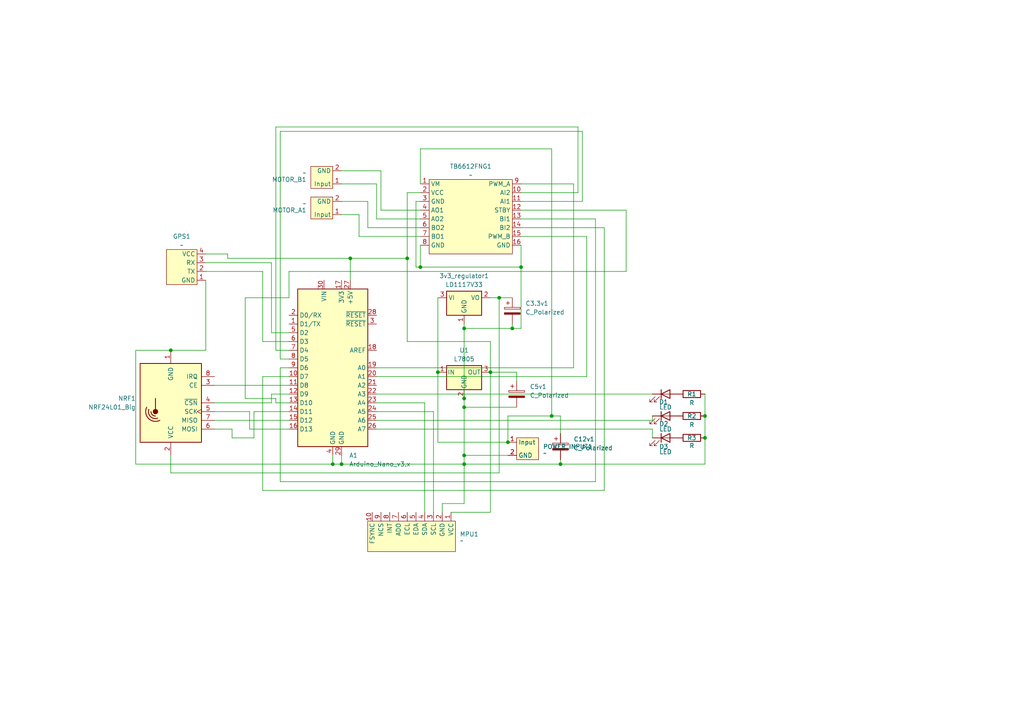
<source format=kicad_sch>
(kicad_sch (version 20231120) (generator "eeschema") (generator_version "8.0")
  (paper "A4")
  (lib_symbols
    (symbol "Device:C_Polarized" (pin_numbers hide) (pin_names (offset 0.254))
      (property "Reference" "C" (at 0.635 2.54 0))
      (property "Value" "C_Polarized" (at 0.635 -2.54 0))
      (symbol "C_Polarized_0_1"
        (rectangle (start -2.286 0.508) (end 2.286 1.016))
        (polyline (pts (xy -1.778 2.286) (xy -0.762 2.286)))
        (polyline (pts (xy -1.27 2.794) (xy -1.27 1.778)))
        (rectangle (start 2.286 -0.508) (end -2.286 -1.016) (fill (type outline)))
      )
      (symbol "C_Polarized_1_1"
        (pin passive line (at 0 3.81 270) (length 2.794) (name "~") (number "1"))
        (pin passive line (at 0 -3.81 90) (length 2.794) (name "~") (number "2"))
      )
    )
    (symbol "Device:LED" (pin_numbers hide) (pin_names (offset 1.016) hide)
      (property "Reference" "D" (at 0 2.54 0))
      (property "Value" "LED" (at 0 -2.54 0))
      (symbol "LED_0_1"
        (polyline (pts (xy -1.27 -1.27) (xy -1.27 1.27)) (stroke (width 0.254)))
        (polyline (pts (xy -1.27 0) (xy 1.27 0)))
        (polyline (pts (xy 1.27 -1.27) (xy 1.27 1.27) (xy -1.27 0) (xy 1.27 -1.27)) (stroke (width 0.254)))
        (polyline (pts (xy -3.048 -0.762) (xy -4.572 -2.286) (xy -3.81 -2.286) (xy -4.572 -2.286) (xy -4.572 -1.524)))
        (polyline (pts (xy -1.778 -0.762) (xy -3.302 -2.286) (xy -2.54 -2.286) (xy -3.302 -2.286) (xy -3.302 -1.524)))
      )
      (symbol "LED_1_1"
        (pin passive line (at -3.81 0 0) (length 2.54) (name "K") (number "1"))
        (pin passive line (at 3.81 0 180) (length 2.54) (name "A") (number "2"))
      )
    )
    (symbol "Device:R" (pin_numbers hide) (pin_names (offset 0))
      (property "Reference" "R" (at 2.032 0 90))
      (property "Value" "R" (at 0 0 90))
      (symbol "R_0_1"
        (rectangle (start -1.016 -2.54) (end 1.016 2.54) (stroke (width 0.254)))
      )
      (symbol "R_1_1"
        (pin passive line (at 0 3.81 270) (length 1.27) (name "~") (number "1"))
        (pin passive line (at 0 -3.81 90) (length 1.27) (name "~") (number "2"))
      )
    )
    (symbol "Symbols_cez:Arduino_Nano_v3.x"
      (property "Reference" "A" (at -10.16 23.495 0))
      (property "Value" "Arduino_Nano_v3.x" (at 5.08 -24.13 0))
      (symbol "Arduino_Nano_v3.x_0_1"
        (rectangle (start -10.16 22.86) (end 10.16 -22.86) (stroke (width 0.254)) (fill (type background)))
      )
      (symbol "Arduino_Nano_v3.x_1_1"
        (pin bidirectional line (at -12.7 12.7 0) (length 2.54) (name "D1/TX") (number "1"))
        (pin bidirectional line (at -12.7 -2.54 0) (length 2.54) (name "D7") (number "10"))
        (pin bidirectional line (at -12.7 -5.08 0) (length 2.54) (name "D8") (number "11"))
        (pin bidirectional line (at -12.7 -7.62 0) (length 2.54) (name "D9") (number "12"))
        (pin bidirectional line (at -12.7 -10.16 0) (length 2.54) (name "D10") (number "13"))
        (pin bidirectional line (at -12.7 -12.7 0) (length 2.54) (name "D11") (number "14"))
        (pin bidirectional line (at -12.7 -15.24 0) (length 2.54) (name "D12") (number "15"))
        (pin bidirectional line (at -12.7 -17.78 0) (length 2.54) (name "D13") (number "16"))
        (pin power_out line (at 2.54 25.4 270) (length 2.54) (name "3V3") (number "17"))
        (pin input line (at 12.7 5.08 180) (length 2.54) (name "AREF") (number "18"))
        (pin bidirectional line (at 12.7 0 180) (length 2.54) (name "A0") (number "19"))
        (pin bidirectional line (at -12.7 15.24 0) (length 2.54) (name "D0/RX") (number "2"))
        (pin bidirectional line (at 12.7 -2.54 180) (length 2.54) (name "A1") (number "20"))
        (pin bidirectional line (at 12.7 -5.08 180) (length 2.54) (name "A2") (number "21"))
        (pin bidirectional line (at 12.7 -7.62 180) (length 2.54) (name "A3") (number "22"))
        (pin bidirectional line (at 12.7 -10.16 180) (length 2.54) (name "A4") (number "23"))
        (pin bidirectional line (at 12.7 -12.7 180) (length 2.54) (name "A5") (number "24"))
        (pin bidirectional line (at 12.7 -15.24 180) (length 2.54) (name "A6") (number "25"))
        (pin bidirectional line (at 12.7 -17.78 180) (length 2.54) (name "A7") (number "26"))
        (pin power_out line (at 5.08 25.4 270) (length 2.54) (name "+5V") (number "27"))
        (pin input line (at 12.7 15.24 180) (length 2.54) (name "~{RESET}") (number "28"))
        (pin power_in line (at 2.54 -25.4 90) (length 2.54) (name "GND") (number "29"))
        (pin input line (at 12.7 12.7 180) (length 2.54) (name "~{RESET}") (number "3"))
        (pin power_in line (at -2.54 25.4 270) (length 2.54) (name "VIN") (number "30"))
        (pin power_in line (at 0 -25.4 90) (length 2.54) (name "GND") (number "4"))
        (pin bidirectional line (at -12.7 10.16 0) (length 2.54) (name "D2") (number "5"))
        (pin bidirectional line (at -12.7 7.62 0) (length 2.54) (name "D3") (number "6"))
        (pin bidirectional line (at -12.7 5.08 0) (length 2.54) (name "D4") (number "7"))
        (pin bidirectional line (at -12.7 2.54 0) (length 2.54) (name "D5") (number "8"))
        (pin bidirectional line (at -12.7 0 0) (length 2.54) (name "D6") (number "9"))
      )
    )
    (symbol "Symbols_cez:GY-NEO6MV2"
      (property "Reference" "GPS" (at 13.462 -4.318 0))
      (symbol "GY-NEO6MV2_0_1"
        (rectangle (start 2.54 5.08) (end 11.43 -5.08) (fill (type background)))
      )
      (symbol "GY-NEO6MV2_1_1"
        (pin passive line (at 0 3.81 0) (length 2.54) (name "GND") (number "1"))
        (pin passive line (at 0 1.27 0) (length 2.54) (name "TX") (number "2"))
        (pin passive line (at 0 -1.27 0) (length 2.54) (name "RX") (number "3"))
        (pin power_in line (at 0 -3.81 0) (length 2.54) (name "VCC") (number "4"))
      )
    )
    (symbol "Symbols_cez:L7805" (pin_names (offset 0.254))
      (property "Reference" "U" (at -3.81 3.175 0))
      (property "Value" "L7805" (at 0 3.175 0))
      (symbol "L7805_0_1"
        (rectangle (start -5.08 1.905) (end 5.08 -5.08) (stroke (width 0.254)) (fill (type background)))
      )
      (symbol "L7805_1_1"
        (pin power_in line (at -7.62 0 0) (length 2.54) (name "IN") (number "1"))
        (pin power_in line (at 0 -7.62 90) (length 2.54) (name "GND") (number "2"))
        (pin power_out line (at 7.62 0 180) (length 2.54) (name "OUT") (number "3"))
      )
    )
    (symbol "Symbols_cez:LD1117V33"
      (property "Reference" "3v3_regulator" (at 11.938 -4.318 0))
      (property "Value" "LD1117V33" (at -5.334 3.302 0))
      (symbol "LD1117V33_0_1"
        (rectangle (start -5.08 -5.08) (end 5.08 1.905) (stroke (width 0.254)) (fill (type background)))
      )
      (symbol "LD1117V33_1_1"
        (pin power_in line (at 0 -7.62 90) (length 2.54) (name "GND") (number "1"))
        (pin power_out line (at 7.62 0 180) (length 2.54) (name "VO") (number "2"))
        (pin power_in line (at -7.62 0 0) (length 2.54) (name "VI") (number "3"))
      )
    )
    (symbol "Symbols_cez:MPU6500"
      (property "Reference" "MPU6500" (at 8.89 -16.256 0))
      (symbol "MPU6500_0_1"
        (rectangle (start -5.08 6.35) (end 3.81 -19.05) (fill (type background)))
      )
      (symbol "MPU6500_1_1"
        (pin power_in line (at -7.62 5.08 0) (length 2.54) (name "VCC") (number "1"))
        (pin passive line (at -7.62 -17.78 0) (length 2.54) (name "FSYNC") (number "10"))
        (pin passive line (at -7.62 2.54 0) (length 2.54) (name "GND") (number "2"))
        (pin passive line (at -7.62 0 0) (length 2.54) (name "SCL") (number "3"))
        (pin passive line (at -7.62 -2.54 0) (length 2.54) (name "SDA") (number "4"))
        (pin passive line (at -7.62 -5.08 0) (length 2.54) (name "EDA") (number "5"))
        (pin passive line (at -7.62 -7.62 0) (length 2.54) (name "ECL") (number "6"))
        (pin passive line (at -7.62 -10.16 0) (length 2.54) (name "ADO") (number "7"))
        (pin passive line (at -7.62 -12.7 0) (length 2.54) (name "INT") (number "8"))
        (pin passive line (at -7.62 -15.24 0) (length 2.54) (name "NCS") (number "9"))
      )
    )
    (symbol "Symbols_cez:NRF24L01_Big" (pin_names (offset 1.016))
      (property "Reference" "NRF24" (at -8.89 12.7 0))
      (property "Value" "NRF24L01_Big" (at 3.81 12.7 0))
      (symbol "NRF24L01_Big_0_1"
        (rectangle (start -8.89 11.43) (end 8.89 -11.43) (stroke (width 0.254)) (fill (type background)))
        (polyline (pts (xy 4.445 1.905) (xy 4.445 -1.27)) (stroke (width 0.254)))
        (circle (center 4.445 2.54) (radius 0.635) (stroke (width 0.254)) (fill (type outline)))
        (arc (start 5.715 2.54) (mid 5.3521 3.4546) (end 4.445 3.81) (stroke (width 0.254)))
        (arc (start 6.35 1.905) (mid 5.8763 3.9854) (end 3.81 4.445) (stroke (width 0.254)))
        (arc (start 6.985 1.27) (mid 6.453 4.548) (end 3.175 5.08) (stroke (width 0.254)))
      )
      (symbol "NRF24L01_Big_1_1"
        (pin power_in line (at 0 -15.24 90) (length 3.81) (name "GND") (number "1"))
        (pin power_in line (at 0 15.24 270) (length 3.81) (name "VCC") (number "2"))
        (pin input line (at -12.7 -5.08 0) (length 3.81) (name "CE") (number "3"))
        (pin input line (at -12.7 0 0) (length 3.81) (name "~{CSN}") (number "4"))
        (pin input clock (at -12.7 2.54 0) (length 3.81) (name "SCK") (number "5"))
        (pin input line (at -12.7 7.62 0) (length 3.81) (name "MOSI") (number "6"))
        (pin output line (at -12.7 5.08 0) (length 3.81) (name "MISO") (number "7"))
        (pin output line (at -12.7 -7.62 0) (length 3.81) (name "IRQ") (number "8"))
      )
    )
    (symbol "Symbols_cez:TB6612FNG"
      (property "Reference" "TB6612FNG" (at 3.81 9.398 0))
      (symbol "TB6612FNG_0_1"
        (rectangle (start -7.62 7.62) (end 16.51 -13.97) (fill (type background)))
      )
      (symbol "TB6612FNG_1_1"
        (pin power_in line (at -10.16 6.35 0) (length 2.54) (name "VM") (number "1"))
        (pin passive line (at 19.05 3.81 180) (length 2.54) (name "AI2") (number "10"))
        (pin passive line (at 19.05 1.27 180) (length 2.54) (name "AI1") (number "11"))
        (pin passive line (at 19.05 -1.27 180) (length 2.54) (name "STBY") (number "12"))
        (pin passive line (at 19.05 -3.81 180) (length 2.54) (name "BI1") (number "13"))
        (pin passive line (at 19.05 -6.35 180) (length 2.54) (name "BI2") (number "14"))
        (pin passive line (at 19.05 -8.89 180) (length 2.54) (name "PWM_B") (number "15"))
        (pin passive line (at 19.05 -11.43 180) (length 2.54) (name "GND") (number "16"))
        (pin power_in line (at -10.16 3.81 0) (length 2.54) (name "VCC") (number "2"))
        (pin passive line (at -10.16 1.27 0) (length 2.54) (name "GND") (number "3"))
        (pin passive line (at -10.16 -1.27 0) (length 2.54) (name "AO1") (number "4"))
        (pin passive line (at -10.16 -3.81 0) (length 2.54) (name "AO2") (number "5"))
        (pin passive line (at -10.16 -6.35 0) (length 2.54) (name "BO2") (number "6"))
        (pin passive line (at -10.16 -8.89 0) (length 2.54) (name "BO1") (number "7"))
        (pin passive line (at -10.16 -11.43 0) (length 2.54) (name "GND") (number "8"))
        (pin passive line (at 19.05 6.35 180) (length 2.54) (name "PWM_A") (number "9"))
      )
    )
    (symbol "Symbols_cez:Terminal"
      (property "Reference" "Terminal" (at 4.318 -3.556 0))
      (symbol "Terminal_0_1"
        (rectangle (start 1.27 -5.08) (end 7.62 -11.43) (fill (type background)))
      )
      (symbol "Terminal_1_1"
        (pin power_in line (at -1.27 -6.35 0) (length 2.54) (name "Input") (number "1"))
        (pin passive line (at -1.27 -10.16 0) (length 2.54) (name "GND") (number "2"))
      )
    )
  )
  (junction (at 101.6 74.93))
  (junction (at 121.92 77.47))
  (junction (at 144.78 86.36))
  (junction (at 162.56 134.62))
  (junction (at 204.47 120.65))
  (junction (at 148.59 95.25))
  (junction (at 134.62 118.11))
  (junction (at 118.11 74.93))
  (junction (at 134.62 132.08))
  (junction (at 127 107.95))
  (junction (at 99.06 134.62))
  (junction (at 160.02 120.65))
  (junction (at 134.62 134.62))
  (junction (at 134.62 115.57))
  (junction (at 96.52 134.62))
  (junction (at 134.62 95.25))
  (junction (at 147.32 128.27))
  (junction (at 151.13 77.47))
  (junction (at 142.24 107.95))
  (junction (at 204.47 127))
  (junction (at 49.53 101.6))
  (wire (pts (xy 172.72 139.7) (xy 172.72 63.5)))
  (wire (pts (xy 134.62 95.25) (xy 134.62 115.57)))
  (wire (pts (xy 170.18 68.58) (xy 151.13 68.58)))
  (wire (pts (xy 189.23 124.46) (xy 189.23 127)))
  (wire (pts (xy 109.22 53.34) (xy 109.22 63.5)))
  (wire (pts (xy 59.69 101.6) (xy 59.69 81.28)))
  (wire (pts (xy 39.37 134.62) (xy 39.37 101.6)))
  (wire (pts (xy 80.01 36.83) (xy 167.64 36.83)))
  (wire (pts (xy 76.2 78.74) (xy 76.2 99.06)))
  (wire (pts (xy 62.23 111.76) (xy 83.82 111.76)))
  (wire (pts (xy 148.59 93.98) (xy 148.59 95.25)))
  (wire (pts (xy 134.62 146.05) (xy 128.27 146.05)))
  (wire (pts (xy 96.52 134.62) (xy 39.37 134.62)))
  (wire (pts (xy 78.74 116.84) (xy 78.74 114.3)))
  (wire (pts (xy 204.47 120.65) (xy 204.47 127)))
  (wire (pts (xy 134.62 134.62) (xy 162.56 134.62)))
  (wire (pts (xy 121.92 53.34) (xy 121.92 43.18)))
  (wire (pts (xy 120.65 58.42) (xy 120.65 77.47)))
  (wire (pts (xy 175.26 142.24) (xy 76.2 142.24)))
  (wire (pts (xy 175.26 66.04) (xy 175.26 142.24)))
  (wire (pts (xy 144.78 137.16) (xy 49.53 137.16)))
  (wire (pts (xy 96.52 132.08) (xy 96.52 134.62)))
  (wire (pts (xy 99.06 132.08) (xy 99.06 134.62)))
  (wire (pts (xy 76.2 109.22) (xy 83.82 109.22)))
  (wire (pts (xy 49.53 101.6) (xy 59.69 101.6)))
  (wire (pts (xy 151.13 66.04) (xy 175.26 66.04)))
  (wire (pts (xy 104.14 62.23) (xy 99.06 62.23)))
  (wire (pts (xy 134.62 132.08) (xy 134.62 118.11)))
  (wire (pts (xy 81.28 139.7) (xy 172.72 139.7)))
  (wire (pts (xy 62.23 124.46) (xy 67.31 124.46)))
  (wire (pts (xy 125.73 148.59) (xy 125.73 119.38)))
  (wire (pts (xy 125.73 119.38) (xy 109.22 119.38)))
  (wire (pts (xy 109.22 124.46) (xy 189.23 124.46)))
  (wire (pts (xy 72.39 119.38) (xy 72.39 124.46)))
  (wire (pts (xy 71.12 86.36) (xy 71.12 115.57)))
  (wire (pts (xy 81.28 104.14) (xy 83.82 104.14)))
  (wire (pts (xy 99.06 53.34) (xy 109.22 53.34)))
  (wire (pts (xy 109.22 63.5) (xy 121.92 63.5)))
  (wire (pts (xy 80.01 101.6) (xy 83.82 101.6)))
  (wire (pts (xy 151.13 95.25) (xy 148.59 95.25)))
  (wire (pts (xy 66.04 74.93) (xy 101.6 74.93)))
  (wire (pts (xy 72.39 124.46) (xy 83.82 124.46)))
  (wire (pts (xy 49.53 132.08) (xy 49.53 137.16)))
  (wire (pts (xy 78.74 76.2) (xy 78.74 96.52)))
  (wire (pts (xy 134.62 118.11) (xy 134.62 115.57)))
  (wire (pts (xy 204.47 134.62) (xy 204.47 127)))
  (wire (pts (xy 76.2 142.24) (xy 76.2 109.22)))
  (wire (pts (xy 109.22 121.92) (xy 189.23 121.92)))
  (wire (pts (xy 160.02 43.18) (xy 160.02 120.65)))
  (wire (pts (xy 78.74 114.3) (xy 83.82 114.3)))
  (wire (pts (xy 39.37 101.6) (xy 49.53 101.6)))
  (wire (pts (xy 78.74 96.52) (xy 83.82 96.52)))
  (wire (pts (xy 110.49 49.53) (xy 99.06 49.53)))
  (wire (pts (xy 81.28 38.1) (xy 81.28 104.14)))
  (wire (pts (xy 162.56 133.35) (xy 162.56 134.62)))
  (wire (pts (xy 149.86 107.95) (xy 149.86 110.49)))
  (wire (pts (xy 168.91 58.42) (xy 168.91 38.1)))
  (wire (pts (xy 151.13 58.42) (xy 168.91 58.42)))
  (wire (pts (xy 142.24 107.95) (xy 149.86 107.95)))
  (wire (pts (xy 59.69 78.74) (xy 76.2 78.74)))
  (wire (pts (xy 80.01 101.6) (xy 80.01 36.83)))
  (wire (pts (xy 80.01 115.57) (xy 80.01 116.84)))
  (wire (pts (xy 121.92 66.04) (xy 106.68 66.04)))
  (wire (pts (xy 127 128.27) (xy 127 107.95)))
  (wire (pts (xy 62.23 121.92) (xy 83.82 121.92)))
  (wire (pts (xy 83.82 86.36) (xy 71.12 86.36)))
  (wire (pts (xy 121.92 68.58) (xy 104.14 68.58)))
  (wire (pts (xy 118.11 99.06) (xy 118.11 74.93)))
  (wire (pts (xy 73.66 127) (xy 73.66 119.38)))
  (wire (pts (xy 121.92 60.96) (xy 110.49 60.96)))
  (wire (pts (xy 71.12 115.57) (xy 80.01 115.57)))
  (wire (pts (xy 160.02 120.65) (xy 147.32 120.65)))
  (wire (pts (xy 80.01 116.84) (xy 83.82 116.84)))
  (wire (pts (xy 101.6 74.93) (xy 101.6 81.28)))
  (wire (pts (xy 66.04 73.66) (xy 59.69 73.66)))
  (wire (pts (xy 121.92 43.18) (xy 160.02 43.18)))
  (wire (pts (xy 151.13 77.47) (xy 151.13 95.25)))
  (wire (pts (xy 181.61 60.96) (xy 181.61 78.74)))
  (wire (pts (xy 134.62 132.08) (xy 134.62 134.62)))
  (wire (pts (xy 189.23 121.92) (xy 189.23 120.65)))
  (wire (pts (xy 147.32 128.27) (xy 127 128.27)))
  (wire (pts (xy 148.59 95.25) (xy 134.62 95.25)))
  (wire (pts (xy 121.92 58.42) (xy 120.65 58.42)))
  (wire (pts (xy 81.28 106.68) (xy 81.28 139.7)))
  (wire (pts (xy 151.13 77.47) (xy 151.13 71.12)))
  (wire (pts (xy 118.11 55.88) (xy 121.92 55.88)))
  (wire (pts (xy 181.61 78.74) (xy 83.82 78.74)))
  (wire (pts (xy 109.22 114.3) (xy 189.23 114.3)))
  (wire (pts (xy 121.92 71.12) (xy 121.92 77.47)))
  (wire (pts (xy 144.78 86.36) (xy 144.78 137.16)))
  (wire (pts (xy 120.65 77.47) (xy 121.92 77.47)))
  (wire (pts (xy 110.49 60.96) (xy 110.49 49.53)))
  (wire (pts (xy 99.06 134.62) (xy 96.52 134.62)))
  (wire (pts (xy 109.22 106.68) (xy 166.37 106.68)))
  (wire (pts (xy 106.68 58.42) (xy 99.06 58.42)))
  (wire (pts (xy 162.56 120.65) (xy 162.56 125.73)))
  (wire (pts (xy 62.23 119.38) (xy 72.39 119.38)))
  (wire (pts (xy 76.2 99.06) (xy 83.82 99.06)))
  (wire (pts (xy 128.27 146.05) (xy 128.27 148.59)))
  (wire (pts (xy 127 86.36) (xy 127 107.95)))
  (wire (pts (xy 172.72 63.5) (xy 151.13 63.5)))
  (wire (pts (xy 160.02 120.65) (xy 162.56 120.65)))
  (wire (pts (xy 123.19 116.84) (xy 109.22 116.84)))
  (wire (pts (xy 142.24 107.95) (xy 142.24 148.59)))
  (wire (pts (xy 162.56 134.62) (xy 204.47 134.62)))
  (wire (pts (xy 166.37 106.68) (xy 166.37 53.34)))
  (wire (pts (xy 151.13 60.96) (xy 181.61 60.96)))
  (wire (pts (xy 59.69 76.2) (xy 78.74 76.2)))
  (wire (pts (xy 134.62 134.62) (xy 134.62 146.05)))
  (wire (pts (xy 67.31 124.46) (xy 67.31 127)))
  (wire (pts (xy 134.62 93.98) (xy 134.62 95.25)))
  (wire (pts (xy 109.22 109.22) (xy 170.18 109.22)))
  (wire (pts (xy 62.23 116.84) (xy 78.74 116.84)))
  (wire (pts (xy 67.31 127) (xy 73.66 127)))
  (wire (pts (xy 134.62 134.62) (xy 99.06 134.62)))
  (wire (pts (xy 147.32 132.08) (xy 134.62 132.08)))
  (wire (pts (xy 118.11 74.93) (xy 101.6 74.93)))
  (wire (pts (xy 142.24 86.36) (xy 144.78 86.36)))
  (wire (pts (xy 144.78 86.36) (xy 148.59 86.36)))
  (wire (pts (xy 166.37 53.34) (xy 151.13 53.34)))
  (wire (pts (xy 167.64 55.88) (xy 151.13 55.88)))
  (wire (pts (xy 134.62 118.11) (xy 149.86 118.11)))
  (wire (pts (xy 142.24 148.59) (xy 130.81 148.59)))
  (wire (pts (xy 118.11 74.93) (xy 118.11 55.88)))
  (wire (pts (xy 167.64 36.83) (xy 167.64 55.88)))
  (wire (pts (xy 83.82 106.68) (xy 81.28 106.68)))
  (wire (pts (xy 83.82 78.74) (xy 83.82 86.36)))
  (wire (pts (xy 142.24 99.06) (xy 118.11 99.06)))
  (wire (pts (xy 142.24 107.95) (xy 142.24 99.06)))
  (wire (pts (xy 66.04 74.93) (xy 66.04 73.66)))
  (wire (pts (xy 121.92 77.47) (xy 151.13 77.47)))
  (wire (pts (xy 73.66 119.38) (xy 83.82 119.38)))
  (wire (pts (xy 106.68 66.04) (xy 106.68 58.42)))
  (wire (pts (xy 170.18 109.22) (xy 170.18 68.58)))
  (wire (pts (xy 123.19 148.59) (xy 123.19 116.84)))
  (wire (pts (xy 168.91 38.1) (xy 81.28 38.1)))
  (wire (pts (xy 204.47 114.3) (xy 204.47 120.65)))
  (wire (pts (xy 104.14 68.58) (xy 104.14 62.23)))
  (wire (pts (xy 147.32 120.65) (xy 147.32 128.27)))
  (symbol (lib_id "Device:C_Polarized") (at 148.59 90.17 0) (unit 1)
    (property "Reference" "C3.3v1" (at 152.4 88.0109 0) (effects (justify left)))
    (property "Value" "C_Polarized" (at 152.4 90.5509 0) (effects (justify left)))
    (property "Footprint" "Capacitor_THT:CP_Radial_D8.0mm_P3.80mm" (effects (hide yes)))
    (property "Description" "Polarized capacitor" (effects (hide yes)))
  )
  (symbol (lib_id "Device:LED") (at 193.04 114.3 0) (unit 1)
    (property "Reference" "D1" (at 192.4685 116.586 0))
    (property "Value" "LED" (at 193.04 118.11 0))
    (property "Footprint" "LED_THT:LED_D5.0mm" (effects (hide yes)))
    (property "Description" "Light emitting diode" (effects (hide yes)))
  )
  (symbol (lib_id "Symbols_cez:Arduino_Nano_v3.x") (at 96.52 106.68 0) (unit 1)
    (property "Reference" "A1" (at 101.2541 132.08 0) (effects (justify left)))
    (property "Value" "Arduino_Nano_v3.x" (at 101.2541 134.62 0) (effects (justify left)))
    (property "Footprint" "Footprints_cez:Arduino nano breakout" (effects (hide yes)))
    (property "Datasheet" "http://www.mouser.com/pdfdocs/Gravitech_Arduino_Nano3_0.pdf" (effects (hide yes)))
    (property "Description" "Arduino Nano v3.x" (effects (hide yes)))
  )
  (symbol (lib_id "Symbols_cez:Terminal") (at 148.59 121.92 0) (unit 1)
    (property "Reference" "POWER_INPUT1" (at 157.48 129.5399 0) (effects (justify left)))
    (property "Value" "~" (at 157.48 131.445 0) (effects (justify left)))
    (property "Footprint" "Footprints_cez:Terminal" (effects (hide yes)))
  )
  (symbol (lib_id "Device:C_Polarized") (at 149.86 114.3 0) (unit 1)
    (property "Reference" "C5v1" (at 153.67 112.1409 0) (effects (justify left)))
    (property "Value" "C_Polarized" (at 153.67 114.6809 0) (effects (justify left)))
    (property "Footprint" "Capacitor_THT:CP_Radial_D8.0mm_P3.80mm" (effects (hide yes)))
    (property "Description" "Polarized capacitor" (effects (hide yes)))
  )
  (symbol (lib_id "Device:C_Polarized") (at 162.56 129.54 0) (unit 1)
    (property "Reference" "C12v1" (at 166.37 127.3809 0) (effects (justify left)))
    (property "Value" "C_Polarized" (at 166.37 129.9209 0) (effects (justify left)))
    (property "Footprint" "Capacitor_THT:CP_Radial_D8.0mm_P3.80mm" (effects (hide yes)))
    (property "Description" "Polarized capacitor" (effects (hide yes)))
  )
  (symbol (lib_id "Device:R") (at 200.66 114.3 90) (unit 1)
    (property "Reference" "R1" (at 200.66 114.3 90))
    (property "Value" "R" (at 200.66 116.84 90))
    (property "Footprint" "Resistor_THT:R_Axial_DIN0204_L3.6mm_D1.6mm_P7.62mm_Horizontal" (effects (hide yes)))
    (property "Description" "Resistor" (effects (hide yes)))
  )
  (symbol (lib_id "Symbols_cez:LD1117V33") (at 134.62 86.36 0) (unit 1)
    (property "Reference" "3v3_regulator1" (at 134.62 80.01 0))
    (property "Value" "LD1117V33" (at 134.62 82.55 0))
    (property "Footprint" "Package_TO_SOT_THT:TO-220-3_Horizontal_TabDown" (effects (hide yes)))
    (property "Description" "800mA 3.3V Regulator" (effects (hide yes)))
  )
  (symbol (lib_id "Symbols_cez:MPU6500") (at 125.73 156.21 270) (unit 1)
    (property "Reference" "MPU1" (at 133.35 154.9399 90) (effects (justify left)))
    (property "Value" "~" (at 133.35 156.845 90) (effects (justify left)))
    (property "Footprint" "Footprints_cez:MPU6500" (effects (hide yes)))
  )
  (symbol (lib_id "Symbols_cez:L7805") (at 134.62 107.95 0) (unit 1)
    (property "Reference" "U1" (at 134.62 101.6 0))
    (property "Value" "L7805" (at 134.62 104.14 0))
    (property "Footprint" "Package_TO_SOT_THT:TO-220-3_Horizontal_TabDown" (effects (hide yes)))
    (property "Datasheet" "http://www.st.com/content/ccc/resource/technical/document/datasheet/41/4f/b3/b0/12/d4/47/88/CD00000444.pdf/files/CD00000444.pdf/jcr:content/translations/en.CD00000444.pdf" (effects (hide yes)))
    (property "Description" "Positive 1.5A 35V Linear Regulator, Fixed Output 5V, TO-220/TO-263/TO-252" (effects (hide yes)))
  )
  (symbol (lib_id "Device:LED") (at 193.04 120.65 0) (unit 1)
    (property "Reference" "D2" (at 192.532 122.936 0))
    (property "Value" "LED" (at 193.04 124.46 0))
    (property "Footprint" "LED_THT:LED_D5.0mm" (effects (hide yes)))
    (property "Description" "Light emitting diode" (effects (hide yes)))
  )
  (symbol (lib_id "Symbols_cez:GY-NEO6MV2") (at 59.69 77.47 180) (unit 1)
    (property "Reference" "GPS1" (at 52.705 68.58 0))
    (property "Value" "~" (at 52.705 71.12 0))
    (property "Footprint" "Footprints_cez:GY-NEO6MV2" (effects (hide yes)))
  )
  (symbol (lib_id "Device:R") (at 200.66 127 90) (unit 1)
    (property "Reference" "R3" (at 200.66 127 90))
    (property "Value" "R" (at 200.66 129.286 90))
    (property "Footprint" "Resistor_THT:R_Axial_DIN0204_L3.6mm_D1.6mm_P7.62mm_Horizontal" (effects (hide yes)))
    (property "Description" "Resistor" (effects (hide yes)))
  )
  (symbol (lib_id "Symbols_cez:Terminal") (at 97.79 59.69 180) (unit 1)
    (property "Reference" "MOTOR_B1" (at 88.9 52.0701 0) (effects (justify left)))
    (property "Value" "~" (at 88.9 50.165 0) (effects (justify left)))
    (property "Footprint" "Footprints_cez:Terminal" (effects (hide yes)))
  )
  (symbol (lib_id "Symbols_cez:TB6612FNG") (at 132.08 59.69 0) (unit 1)
    (property "Reference" "TB6612FNG1" (at 136.525 48.26 0))
    (property "Value" "~" (at 136.525 50.8 0))
    (property "Footprint" "Footprints_cez:TB6612FNG" (effects (hide yes)))
  )
  (symbol (lib_id "Symbols_cez:NRF24L01_Big") (at 49.53 116.84 180) (unit 1)
    (property "Reference" "NRF1" (at 39.37 115.5699 0) (effects (justify left)))
    (property "Value" "NRF24L01_Big" (at 39.37 118.1099 0) (effects (justify left)))
    (property "Footprint" "Footprints_cez:nRF24L01_big" (effects (hide yes)))
  )
  (symbol (lib_id "Device:R") (at 200.66 120.65 90) (unit 1)
    (property "Reference" "R2" (at 200.66 120.65 90))
    (property "Value" "R" (at 200.66 123.19 90))
    (property "Footprint" "Resistor_THT:R_Axial_DIN0204_L3.6mm_D1.6mm_P7.62mm_Horizontal" (effects (hide yes)))
    (property "Description" "Resistor" (effects (hide yes)))
  )
  (symbol (lib_id "Symbols_cez:Terminal") (at 97.79 68.58 180) (unit 1)
    (property "Reference" "MOTOR_A1" (at 88.9 60.9601 0) (effects (justify left)))
    (property "Value" "~" (at 88.9 59.055 0) (effects (justify left)))
    (property "Footprint" "Footprints_cez:Terminal" (effects (hide yes)))
  )
  (symbol (lib_id "Device:LED") (at 193.04 127 0) (unit 1)
    (property "Reference" "D3" (at 192.532 129.54 0))
    (property "Value" "LED" (at 193.04 131.064 0))
    (property "Footprint" "LED_THT:LED_D5.0mm" (effects (hide yes)))
    (property "Description" "Light emitting diode" (effects (hide yes)))
  )
)
</source>
